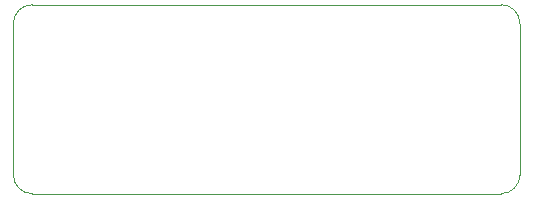
<source format=gbr>
%TF.GenerationSoftware,KiCad,Pcbnew,9.0.4*%
%TF.CreationDate,2025-08-29T23:53:31-07:00*%
%TF.ProjectId,WeatherPill,57656174-6865-4725-9069-6c6c2e6b6963,rev?*%
%TF.SameCoordinates,Original*%
%TF.FileFunction,Profile,NP*%
%FSLAX46Y46*%
G04 Gerber Fmt 4.6, Leading zero omitted, Abs format (unit mm)*
G04 Created by KiCad (PCBNEW 9.0.4) date 2025-08-29 23:53:31*
%MOMM*%
%LPD*%
G01*
G04 APERTURE LIST*
%TA.AperFunction,Profile*%
%ADD10C,0.100000*%
%TD*%
G04 APERTURE END LIST*
D10*
X19000000Y-80900000D02*
X19000000Y-68100000D01*
X61900000Y-68100000D02*
X61900000Y-80900000D01*
X61900000Y-80900000D02*
G75*
G02*
X60300000Y-82500000I-1600000J0D01*
G01*
X20600000Y-82500000D02*
G75*
G02*
X19000000Y-80900000I0J1600000D01*
G01*
X60300000Y-66500000D02*
X20600000Y-66500000D01*
X20600000Y-82500000D02*
X60300000Y-82500000D01*
X19000000Y-68100000D02*
G75*
G02*
X20600000Y-66500000I1600000J0D01*
G01*
X60300000Y-66500000D02*
G75*
G02*
X61900000Y-68100000I0J-1600000D01*
G01*
M02*

</source>
